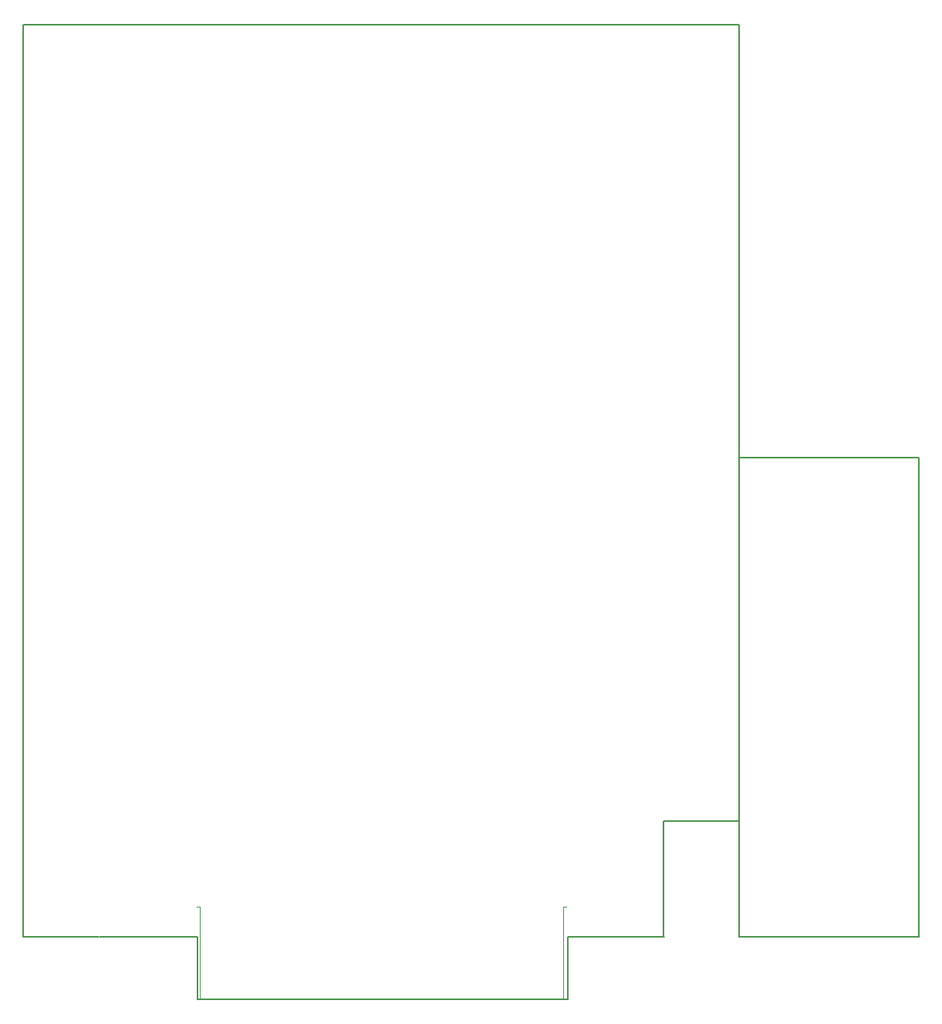
<source format=gbr>
G04 #@! TF.GenerationSoftware,KiCad,Pcbnew,5.0.0*
G04 #@! TF.CreationDate,2018-07-28T18:21:50-05:00*
G04 #@! TF.ProjectId,breakout,627265616B6F75742E6B696361645F70,rev?*
G04 #@! TF.SameCoordinates,Original*
G04 #@! TF.FileFunction,Profile,NP*
%FSLAX46Y46*%
G04 Gerber Fmt 4.6, Leading zero omitted, Abs format (unit mm)*
G04 Created by KiCad (PCBNEW 5.0.0) date Sat Jul 28 18:21:50 2018*
%MOMM*%
%LPD*%
G01*
G04 APERTURE LIST*
%ADD10C,0.150000*%
G04 #@! TA.AperFunction,NonConductor*
%ADD11C,0.120000*%
G04 #@! TD*
G04 APERTURE END LIST*
D10*
X151511000Y-150622000D02*
X159766000Y-150622000D01*
X151511000Y-163322000D02*
X151511000Y-150622000D01*
X159766000Y-110744000D02*
X159766000Y-110642400D01*
X179527200Y-110744000D02*
X159766000Y-110744000D01*
X179527200Y-163322000D02*
X179527200Y-110744000D01*
X159766000Y-163322000D02*
X179527200Y-163322000D01*
X159766000Y-63296800D02*
X159766000Y-163322000D01*
X89814400Y-63296800D02*
X159766000Y-63296800D01*
X81229200Y-63296800D02*
X89814400Y-63296800D01*
X81229200Y-163322000D02*
X81229200Y-63296800D01*
X89560400Y-163322000D02*
X81229200Y-163322000D01*
X100330000Y-163322200D02*
X89585800Y-163322200D01*
X100330000Y-170180000D02*
X100330000Y-163322200D01*
X140970000Y-170180000D02*
X100330000Y-170180000D01*
X140970000Y-163322200D02*
X140970000Y-170180000D01*
X151561800Y-163322200D02*
X140970000Y-163322200D01*
X89585800Y-63322200D02*
X151561800Y-63322200D01*
D11*
G04 #@! TO.C,P7*
X100648800Y-170100000D02*
X100648800Y-160100000D01*
X140498800Y-170100000D02*
X140498800Y-160100000D01*
X100323800Y-160100000D02*
X100648800Y-160100000D01*
X140823800Y-160100000D02*
X140498800Y-160100000D01*
X100648800Y-170100000D02*
X140498800Y-170100000D01*
G04 #@! TD*
M02*

</source>
